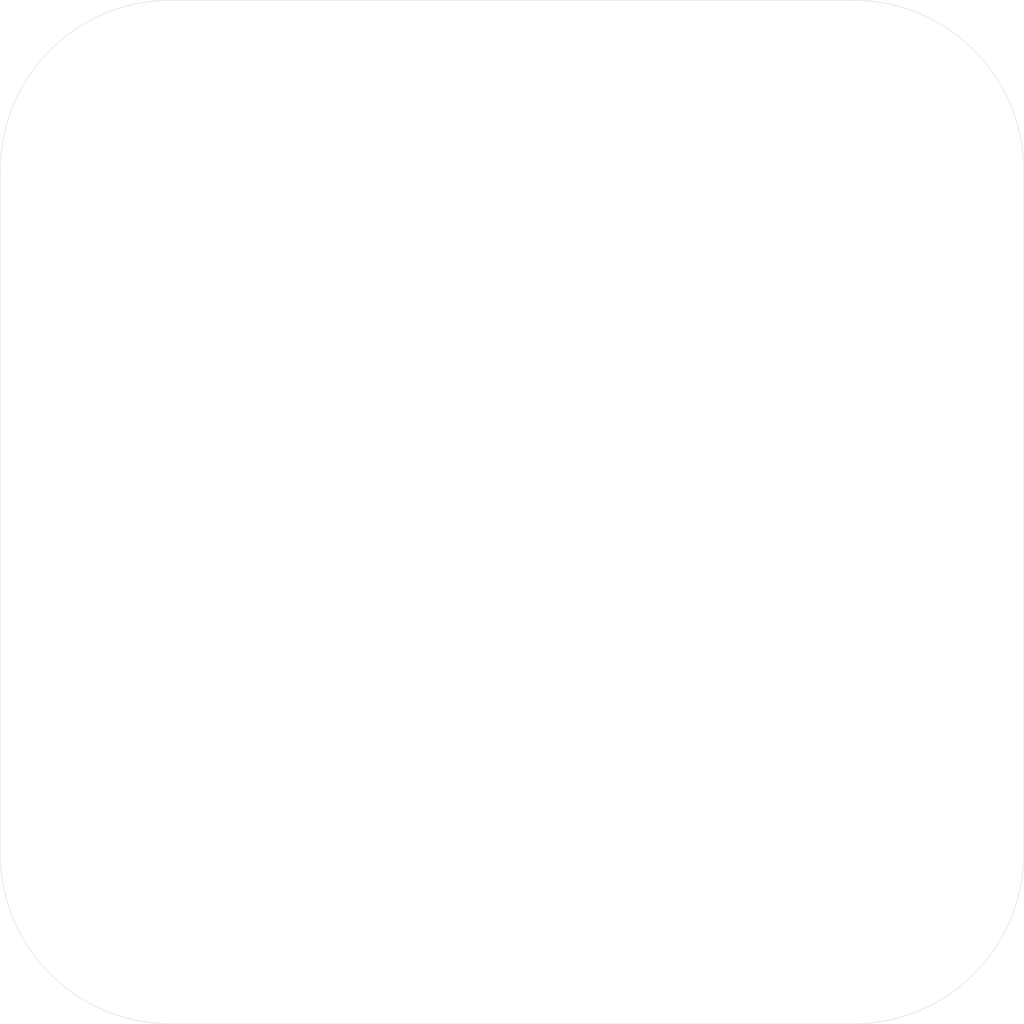
<source format=kicad_pcb>
(kicad_pcb (version 20210108) (generator pcbnew)

  (general
    (thickness 1.6)
  )

  (paper "A4")
  (title_block
    (title "Light Blue PCB")
    (date "2021-01-27")
    (rev "0.1")
    (company "Nabu Casa")
    (comment 1 "www.nabucasa.com")
    (comment 2 "Light Blue")
  )

  (layers
    (0 "F.Cu" signal)
    (31 "B.Cu" signal)
    (32 "B.Adhes" user "B.Adhesive")
    (33 "F.Adhes" user "F.Adhesive")
    (34 "B.Paste" user)
    (35 "F.Paste" user)
    (36 "B.SilkS" user "B.Silkscreen")
    (37 "F.SilkS" user "F.Silkscreen")
    (38 "B.Mask" user)
    (39 "F.Mask" user)
    (40 "Dwgs.User" user "User.Drawings")
    (41 "Cmts.User" user "User.Comments")
    (42 "Eco1.User" user "User.Eco1")
    (43 "Eco2.User" user "User.Eco2")
    (44 "Edge.Cuts" user)
    (45 "Margin" user)
    (46 "B.CrtYd" user "B.Courtyard")
    (47 "F.CrtYd" user "F.Courtyard")
    (48 "B.Fab" user)
    (49 "F.Fab" user)
    (50 "User.1" user)
    (51 "User.2" user)
    (52 "User.3" user)
    (53 "User.4" user)
    (54 "User.5" user)
    (55 "User.6" user)
    (56 "User.7" user)
    (57 "User.8" user)
    (58 "User.9" user)
  )

  (setup
    (grid_origin 30 30)
    (pcbplotparams
      (layerselection 0x00010fc_ffffffff)
      (disableapertmacros false)
      (usegerberextensions false)
      (usegerberattributes true)
      (usegerberadvancedattributes true)
      (creategerberjobfile true)
      (svguseinch false)
      (svgprecision 6)
      (excludeedgelayer true)
      (plotframeref false)
      (viasonmask false)
      (mode 1)
      (useauxorigin false)
      (hpglpennumber 1)
      (hpglpenspeed 20)
      (hpglpendiameter 15.000000)
      (dxfpolygonmode true)
      (dxfimperialunits true)
      (dxfusepcbnewfont true)
      (psnegative false)
      (psa4output false)
      (plotreference true)
      (plotvalue true)
      (plotinvisibletext false)
      (sketchpadsonfab false)
      (subtractmaskfromsilk false)
      (outputformat 1)
      (mirror false)
      (drillshape 1)
      (scaleselection 1)
      (outputdirectory "")
    )
  )


  (net 0 "")

  (gr_arc (start 50 130) (end 50 150) (angle 90) (layer "Edge.Cuts") (width 0.05) (tstamp 2ca409a1-7aec-4779-b5b6-d0a5ebad998f))
  (gr_line (start 30 130) (end 30 50) (layer "Edge.Cuts") (width 0.05) (tstamp 3e1b5d24-3f18-434b-8aa8-2543f44b4caa))
  (gr_arc (start 130 130) (end 150 130) (angle 90) (layer "Edge.Cuts") (width 0.05) (tstamp 5dc9d4ba-8c3f-48ab-ad10-02632feee316))
  (gr_arc (start 50 50) (end 50 30) (angle -90) (layer "Edge.Cuts") (width 0.05) (tstamp 62103bfc-c595-4b54-9836-1c090b13db2b))
  (gr_line (start 50 30) (end 130 30) (layer "Edge.Cuts") (width 0.05) (tstamp 96ccddb1-15a3-4dfd-8076-a633738fd806))
  (gr_arc (start 130 50) (end 130 30) (angle 90) (layer "Edge.Cuts") (width 0.05) (tstamp a715eff4-9433-4d3a-9fad-921cea1f6ba2))
  (gr_line (start 130 150) (end 50 150) (layer "Edge.Cuts") (width 0.05) (tstamp c4d5b6a7-efa5-4611-b488-2db7266442af))
  (gr_line (start 150 50) (end 150 130) (layer "Edge.Cuts") (width 0.05) (tstamp cc6634d1-e344-4527-aaa0-957c8adc6353))

)

</source>
